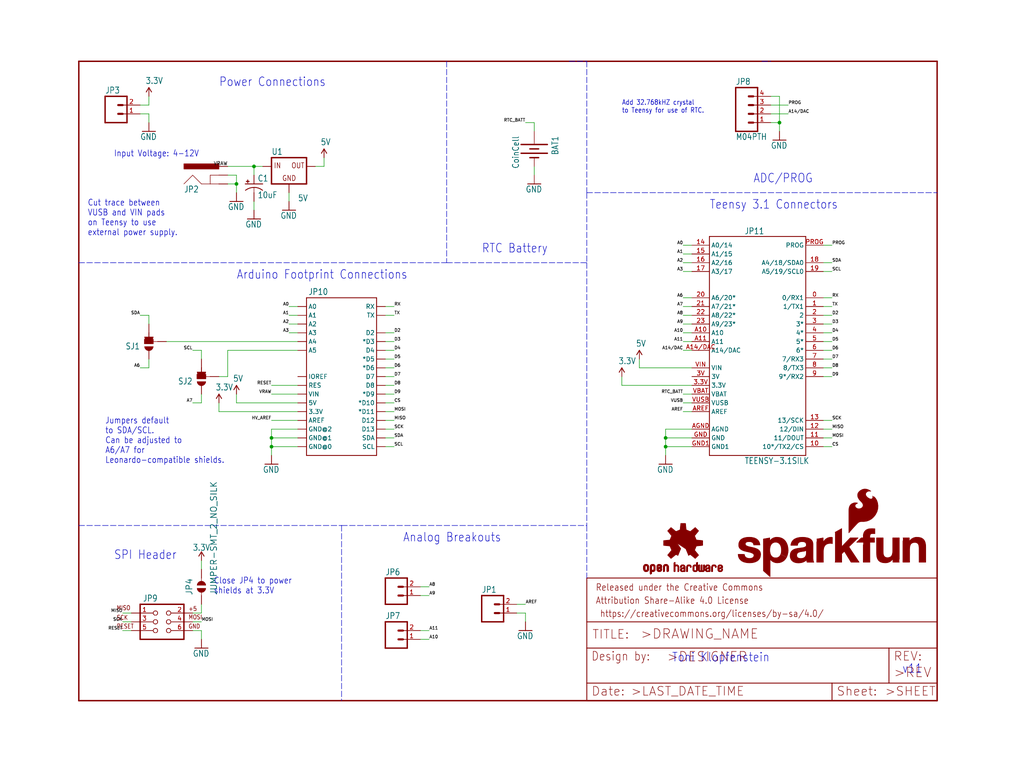
<source format=kicad_sch>
(kicad_sch (version 20211123) (generator eeschema)
  (paper "User" 297.002 223.926)
  (lib_symbols
    (symbol "eagleSchem-eagle-import:10UF-25V-20%(PTH)"
      (property "Reference" "C" (at 1.016 0.635 0))
      (property "Value" "10UF-25V-20%(PTH)" (at 1.016 -4.191 0))
      (symbol "10UF-25V-20%(PTH)_1_0"
        (pin passive line (at 0 2.54 270) (length 2.54) (name "+") (number "1"))
        (pin passive line (at 0 -5.08 90) (length 2.54) (name "-") (number "2"))
      )
    )
    (symbol "eagleSchem-eagle-import:3.3V" (power)
      (property "Value" "3.3V" (at 0 2.794 0))
      (symbol "3.3V_1_0"
        (pin power_in line (at 0 0 90) (length 2.54) (name "3.3V") (number "1"))
      )
    )
    (symbol "eagleSchem-eagle-import:5V" (power)
      (property "Value" "5V" (at -1.016 3.556 0))
      (symbol "5V_1_0"
        (pin power_in line (at 0 0 90) (length 2.54) (name "5V") (number "1"))
      )
    )
    (symbol "eagleSchem-eagle-import:ARDUINO_R3_SHIELDUNO_R3_SHIELD_HOLES"
      (property "Reference" "JP" (at -9.652 21.082 0))
      (property "Value" "ARDUINO_R3_SHIELDUNO_R3_SHIELD_HOLES" (at -6.35 -27.94 0))
      (symbol "ARDUINO_R3_SHIELDUNO_R3_SHIELD_HOLES_1_0"
        (pin bidirectional line (at -12.7 -12.7 0) (length 2.54) (name "3.3V") (number "3.3V"))
        (pin bidirectional line (at -12.7 -10.16 0) (length 2.54) (name "5V") (number "5V"))
        (pin bidirectional line (at -12.7 17.78 0) (length 2.54) (name "A0") (number "A0"))
        (pin bidirectional line (at -12.7 15.24 0) (length 2.54) (name "A1") (number "A1"))
        (pin bidirectional line (at -12.7 12.7 0) (length 2.54) (name "A2") (number "A2"))
        (pin bidirectional line (at -12.7 10.16 0) (length 2.54) (name "A3") (number "A3"))
        (pin bidirectional line (at -12.7 7.62 0) (length 2.54) (name "A4") (number "A4"))
        (pin bidirectional line (at -12.7 5.08 0) (length 2.54) (name "A5") (number "A5"))
        (pin bidirectional line (at -12.7 -15.24 0) (length 2.54) (name "AREF") (number "AREF"))
        (pin bidirectional line (at 12.7 -10.16 180) (length 2.54) (name "*D10") (number "D10"))
        (pin bidirectional line (at 12.7 -12.7 180) (length 2.54) (name "*D11") (number "D11"))
        (pin bidirectional line (at 12.7 -15.24 180) (length 2.54) (name "D12") (number "D12"))
        (pin bidirectional line (at 12.7 -17.78 180) (length 2.54) (name "D13") (number "D13"))
        (pin bidirectional line (at 12.7 10.16 180) (length 2.54) (name "D2") (number "D2"))
        (pin bidirectional line (at 12.7 7.62 180) (length 2.54) (name "*D3") (number "D3"))
        (pin bidirectional line (at 12.7 5.08 180) (length 2.54) (name "D4") (number "D4"))
        (pin bidirectional line (at 12.7 2.54 180) (length 2.54) (name "*D5") (number "D5"))
        (pin bidirectional line (at 12.7 0 180) (length 2.54) (name "*D6") (number "D6"))
        (pin bidirectional line (at 12.7 -2.54 180) (length 2.54) (name "D7") (number "D7"))
        (pin bidirectional line (at 12.7 -5.08 180) (length 2.54) (name "D8") (number "D8"))
        (pin bidirectional line (at 12.7 -7.62 180) (length 2.54) (name "*D9") (number "D9"))
        (pin bidirectional line (at -12.7 -22.86 0) (length 2.54) (name "GND@0") (number "GND@0"))
        (pin bidirectional line (at -12.7 -20.32 0) (length 2.54) (name "GND@1") (number "GND@1"))
        (pin bidirectional line (at -12.7 -17.78 0) (length 2.54) (name "GND@2") (number "GND@2"))
        (pin bidirectional line (at -12.7 -2.54 0) (length 2.54) (name "IOREF") (number "IOREF"))
        (pin bidirectional line (at -12.7 -5.08 0) (length 2.54) (name "RES") (number "RES"))
        (pin bidirectional line (at 12.7 17.78 180) (length 2.54) (name "RX") (number "RX"))
        (pin bidirectional line (at 12.7 -22.86 180) (length 2.54) (name "SCL") (number "SCL"))
        (pin bidirectional line (at 12.7 -20.32 180) (length 2.54) (name "SDA") (number "SDA"))
        (pin bidirectional line (at 12.7 15.24 180) (length 2.54) (name "TX") (number "TX"))
        (pin bidirectional line (at -12.7 -7.62 0) (length 2.54) (name "VIN") (number "VIN"))
      )
    )
    (symbol "eagleSchem-eagle-import:AVR_SPI_PRG_6PTH"
      (property "Reference" "JP" (at -4.318 5.842 0))
      (property "Value" "AVR_SPI_PRG_6PTH" (at -4.064 -7.62 0))
      (symbol "AVR_SPI_PRG_6PTH_1_0"
        (text "+5" (at 8.89 3.048 0) (effects (font (size 1.27 1.0795)) (justify left bottom)))
        (text "GND" (at 8.89 -2.032 0) (effects (font (size 1.27 1.0795)) (justify left bottom)))
        (text "MISO" (at -11.938 3.302 0) (effects (font (size 1.27 1.0795)) (justify left bottom)))
        (text "MOSI" (at 8.89 0.635 0) (effects (font (size 1.27 1.0795)) (justify left bottom)))
        (text "RESET" (at -11.938 -2.032 0) (effects (font (size 1.27 1.0795)) (justify left bottom)))
        (text "SCK" (at -11.938 0.508 0) (effects (font (size 1.27 1.0795)) (justify left bottom)))
        (pin passive inverted (at -7.62 2.54 0) (length 7.62) (name "1") (number "1"))
        (pin passive inverted (at 10.16 2.54 180) (length 7.62) (name "2") (number "2"))
        (pin passive inverted (at -7.62 0 0) (length 7.62) (name "3") (number "3"))
        (pin passive inverted (at 10.16 0 180) (length 7.62) (name "4") (number "4"))
        (pin passive inverted (at -7.62 -2.54 0) (length 7.62) (name "5") (number "5"))
        (pin passive inverted (at 10.16 -2.54 180) (length 7.62) (name "6") (number "6"))
      )
    )
    (symbol "eagleSchem-eagle-import:BATTERY12PTH"
      (property "Reference" "BAT" (at -3.81 5.08 0))
      (property "Value" "BATTERY12PTH" (at -3.81 -6.35 0))
      (symbol "BATTERY12PTH_1_0"
        (pin power_in line (at 5.08 0 180) (length 2.54) (name "-") (number "GND"))
        (pin power_in line (at -5.08 0 0) (length 2.54) (name "+") (number "VCC@1"))
      )
    )
    (symbol "eagleSchem-eagle-import:FRAME-LETTER"
      (symbol "FRAME-LETTER_2_0"
        (text " https://creativecommons.org/licenses/by-sa/4.0/" (at 2.54 24.13 0) (effects (font (size 1.9304 1.6408)) (justify left bottom)))
        (text ">DESIGNER" (at 23.114 11.176 0) (effects (font (size 2.7432 2.7432)) (justify left bottom)))
        (text ">DRAWING_NAME" (at 15.494 17.78 0) (effects (font (size 2.7432 2.7432)) (justify left bottom)))
        (text ">LAST_DATE_TIME" (at 12.7 1.27 0) (effects (font (size 2.54 2.54)) (justify left bottom)))
        (text ">REV" (at 88.9 6.604 0) (effects (font (size 2.7432 2.7432)) (justify left bottom)))
        (text ">SHEET" (at 86.36 1.27 0) (effects (font (size 2.54 2.54)) (justify left bottom)))
        (text "Attribution Share-Alike 4.0 License" (at 2.54 27.94 0) (effects (font (size 1.9304 1.6408)) (justify left bottom)))
        (text "Date:" (at 1.27 1.27 0) (effects (font (size 2.54 2.54)) (justify left bottom)))
        (text "Design by:" (at 1.27 11.43 0) (effects (font (size 2.54 2.159)) (justify left bottom)))
        (text "Released under the Creative Commons" (at 2.54 31.75 0) (effects (font (size 1.9304 1.6408)) (justify left bottom)))
        (text "REV:" (at 88.9 11.43 0) (effects (font (size 2.54 2.54)) (justify left bottom)))
        (text "Sheet:" (at 72.39 1.27 0) (effects (font (size 2.54 2.54)) (justify left bottom)))
        (text "TITLE:" (at 1.524 17.78 0) (effects (font (size 2.54 2.54)) (justify left bottom)))
      )
    )
    (symbol "eagleSchem-eagle-import:GND" (power)
      (property "Value" "GND" (at -2.54 -2.54 0))
      (symbol "GND_1_0"
        (pin power_in line (at 0 2.54 270) (length 2.54) (name "GND") (number "1"))
      )
    )
    (symbol "eagleSchem-eagle-import:JUMPER-PAD-3-2OF3_NC_BY_TRACE_SMALL"
      (property "Reference" "SJ" (at 2.54 0.381 0))
      (property "Value" "JUMPER-PAD-3-2OF3_NC_BY_TRACE_SMALL" (at 2.54 -1.905 0))
      (symbol "JUMPER-PAD-3-2OF3_NC_BY_TRACE_SMALL_1_0"
        (pin passive line (at 0 5.08 270) (length 2.54) (name "1") (number "1"))
        (pin passive line (at -5.08 0 0) (length 2.54) (name "2") (number "2"))
        (pin passive line (at 0 -5.08 90) (length 2.54) (name "3") (number "3"))
      )
    )
    (symbol "eagleSchem-eagle-import:JUMPER-SMT_2_NO_SILK"
      (property "Reference" "JP" (at -2.54 2.54 0))
      (property "Value" "JUMPER-SMT_2_NO_SILK" (at -2.54 -2.54 0))
      (symbol "JUMPER-SMT_2_NO_SILK_1_0"
        (pin passive line (at -5.08 0 0) (length 2.54) (name "1") (number "1"))
        (pin passive line (at 5.08 0 180) (length 2.54) (name "2") (number "2"))
      )
    )
    (symbol "eagleSchem-eagle-import:M02JST-PTH-2"
      (property "Reference" "JP" (at -2.54 5.842 0))
      (property "Value" "M02JST-PTH-2" (at -2.54 -5.08 0))
      (symbol "M02JST-PTH-2_1_0"
        (pin passive line (at 7.62 0 180) (length 5.08) (name "1") (number "1"))
        (pin passive line (at 7.62 2.54 180) (length 5.08) (name "2") (number "2"))
      )
    )
    (symbol "eagleSchem-eagle-import:M02PTH"
      (property "Reference" "JP" (at -2.54 5.842 0))
      (property "Value" "M02PTH" (at -2.54 -5.08 0))
      (symbol "M02PTH_1_0"
        (pin passive line (at 7.62 0 180) (length 5.08) (name "1") (number "1"))
        (pin passive line (at 7.62 2.54 180) (length 5.08) (name "2") (number "2"))
      )
    )
    (symbol "eagleSchem-eagle-import:M04PTH"
      (property "Reference" "JP" (at -5.08 8.382 0))
      (property "Value" "M04PTH" (at -5.08 -7.62 0))
      (symbol "M04PTH_1_0"
        (pin passive line (at 5.08 -2.54 180) (length 5.08) (name "1") (number "1"))
        (pin passive line (at 5.08 0 180) (length 5.08) (name "2") (number "2"))
        (pin passive line (at 5.08 2.54 180) (length 5.08) (name "3") (number "3"))
        (pin passive line (at 5.08 5.08 180) (length 5.08) (name "4") (number "4"))
      )
    )
    (symbol "eagleSchem-eagle-import:OSHW-LOGOM")
    (symbol "eagleSchem-eagle-import:POWER_JACKPTH_LOCK"
      (property "Reference" "JP" (at -10.16 0 0))
      (property "Value" "POWER_JACKPTH_LOCK" (at -10.16 10.16 0))
      (symbol "POWER_JACKPTH_LOCK_1_0"
        (pin bidirectional line (at 2.54 2.54 180) (length 2.54) (name "GND") (number "GND"))
        (pin bidirectional line (at 2.54 5.08 180) (length 2.54) (name "GNDBREAK") (number "GNDBREAK"))
        (pin bidirectional line (at 2.54 7.62 180) (length 2.54) (name "PWR") (number "PWR"))
      )
    )
    (symbol "eagleSchem-eagle-import:SFE_LOGO_NAME_FLAME.1_INCH")
    (symbol "eagleSchem-eagle-import:TEENSY-3.1SILK"
      (property "Reference" "JP" (at -5.08 33.02 0))
      (property "Value" "TEENSY-3.1SILK" (at -5.08 -35.56 0))
      (symbol "TEENSY-3.1SILK_1_0"
        (pin bidirectional line (at 17.78 12.7 180) (length 5.08) (name "0/RX1") (number "0"))
        (pin bidirectional line (at 17.78 10.16 180) (length 5.08) (name "1/TX1") (number "1"))
        (pin bidirectional line (at 17.78 -30.48 180) (length 5.08) (name "10*/TX2/CS") (number "10"))
        (pin bidirectional line (at 17.78 -27.94 180) (length 5.08) (name "11/DOUT") (number "11"))
        (pin bidirectional line (at 17.78 -25.4 180) (length 5.08) (name "12/DIN") (number "12"))
        (pin bidirectional line (at 17.78 -22.86 180) (length 5.08) (name "13/SCK") (number "13"))
        (pin bidirectional line (at -20.32 27.94 0) (length 5.08) (name "A0/14") (number "14"))
        (pin bidirectional line (at -20.32 25.4 0) (length 5.08) (name "A1/15") (number "15"))
        (pin bidirectional line (at -20.32 22.86 0) (length 5.08) (name "A2/16") (number "16"))
        (pin bidirectional line (at -20.32 20.32 0) (length 5.08) (name "A3/17") (number "17"))
        (pin bidirectional line (at 17.78 22.86 180) (length 5.08) (name "A4/18/SDA0") (number "18"))
        (pin bidirectional line (at 17.78 20.32 180) (length 5.08) (name "A5/19/SCL0") (number "19"))
        (pin bidirectional line (at 17.78 7.62 180) (length 5.08) (name "2") (number "2"))
        (pin bidirectional line (at -20.32 12.7 0) (length 5.08) (name "A6/20*") (number "20"))
        (pin bidirectional line (at -20.32 10.16 0) (length 5.08) (name "A7/21*") (number "21"))
        (pin bidirectional line (at -20.32 7.62 0) (length 5.08) (name "A8/22*") (number "22"))
        (pin bidirectional line (at -20.32 5.08 0) (length 5.08) (name "A9/23*") (number "23"))
        (pin bidirectional line (at 17.78 5.08 180) (length 5.08) (name "3*") (number "3"))
        (pin bidirectional line (at -20.32 -12.7 0) (length 5.08) (name "3.3V") (number "3.3V"))
        (pin bidirectional line (at -20.32 -10.16 0) (length 5.08) (name "3V") (number "3V"))
        (pin bidirectional line (at 17.78 2.54 180) (length 5.08) (name "4*") (number "4"))
        (pin bidirectional line (at 17.78 0 180) (length 5.08) (name "5*") (number "5"))
        (pin bidirectional line (at 17.78 -2.54 180) (length 5.08) (name "6*") (number "6"))
        (pin bidirectional line (at 17.78 -5.08 180) (length 5.08) (name "7/RX3") (number "7"))
        (pin bidirectional line (at 17.78 -7.62 180) (length 5.08) (name "8/TX3") (number "8"))
        (pin bidirectional line (at 17.78 -10.16 180) (length 5.08) (name "9*/RX2") (number "9"))
        (pin bidirectional line (at -20.32 2.54 0) (length 5.08) (name "A10") (number "A10"))
        (pin bidirectional line (at -20.32 0 0) (length 5.08) (name "A11") (number "A11"))
        (pin bidirectional line (at -20.32 -2.54 0) (length 5.08) (name "A14/DAC") (number "A14/DAC"))
        (pin bidirectional line (at -20.32 -25.4 0) (length 5.08) (name "AGND") (number "AGND"))
        (pin bidirectional line (at -20.32 -20.32 0) (length 5.08) (name "AREF") (number "AREF"))
        (pin bidirectional line (at -20.32 -27.94 0) (length 5.08) (name "GND") (number "GND"))
        (pin bidirectional line (at -20.32 -30.48 0) (length 5.08) (name "GND1") (number "GND1"))
        (pin bidirectional line (at 17.78 27.94 180) (length 5.08) (name "PROG") (number "PROG"))
        (pin bidirectional line (at -20.32 -15.24 0) (length 5.08) (name "VBAT") (number "VBAT"))
        (pin bidirectional line (at -20.32 -7.62 0) (length 5.08) (name "VIN") (number "VIN"))
        (pin bidirectional line (at -20.32 -17.78 0) (length 5.08) (name "VUSB") (number "VUSB"))
      )
    )
    (symbol "eagleSchem-eagle-import:V_REG_78XX-TO-220"
      (property "Reference" "U" (at 2.54 -7.62 0))
      (property "Value" "V_REG_78XX-TO-220" (at 2.54 -10.16 0))
      (symbol "V_REG_78XX-TO-220_1_0"
        (text "GND" (at -2.032 -4.318 0) (effects (font (size 1.524 1.2954)) (justify left bottom)))
        (text "IN" (at -4.445 -0.635 0) (effects (font (size 1.524 1.2954)) (justify left bottom)))
        (text "OUT" (at 0.635 -0.635 0) (effects (font (size 1.524 1.2954)) (justify left bottom)))
        (pin input line (at 0 -7.62 90) (length 2.54) (name "GND") (number "GND"))
        (pin input line (at -7.62 0 0) (length 2.54) (name "IN") (number "IN"))
        (pin output line (at 7.62 0 180) (length 2.54) (name "OUT") (number "OUT"))
      )
    )
  )
  (junction (at 73.66 48.26))
  (junction (at 226.06 35.56))
  (junction (at 193.04 127))
  (junction (at 78.74 129.54))
  (junction (at 78.74 127))
  (junction (at 193.04 129.54))
  (junction (at 68.58 53.34))
  (polyline (pts (xy 99.06 152.4) (xy 170.18 152.4)))
  (wire (pts (xy 154.94 38.1) (xy 154.94 35.56)))
  (wire (pts (xy 121.92 182.88) (xy 124.46 182.88)))
  (wire (pts (xy 86.36 121.92) (xy 78.74 121.92)))
  (wire (pts (xy 43.18 30.48) (xy 43.18 27.94)))
  (wire (pts (xy 200.66 93.98) (xy 198.12 93.98)))
  (wire (pts (xy 200.66 114.3) (xy 198.12 114.3)))
  (wire (pts (xy 226.06 35.56) (xy 226.06 38.1)))
  (wire (pts (xy 111.76 127) (xy 114.3 127)))
  (wire (pts (xy 111.76 106.68) (xy 114.3 106.68)))
  (wire (pts (xy 43.18 91.44) (xy 40.64 91.44)))
  (wire (pts (xy 55.88 182.88) (xy 58.42 182.88)))
  (wire (pts (xy 111.76 116.84) (xy 114.3 116.84)))
  (wire (pts (xy 200.66 78.74) (xy 198.12 78.74)))
  (wire (pts (xy 226.06 27.94) (xy 226.06 35.56)))
  (wire (pts (xy 58.42 114.3) (xy 58.42 116.84)))
  (wire (pts (xy 66.04 101.6) (xy 86.36 101.6)))
  (polyline (pts (xy 165.1 17.78) (xy 170.18 17.78)))
  (wire (pts (xy 238.76 121.92) (xy 241.3 121.92)))
  (wire (pts (xy 200.66 73.66) (xy 198.12 73.66)))
  (wire (pts (xy 200.66 91.44) (xy 198.12 91.44)))
  (wire (pts (xy 238.76 88.9) (xy 241.3 88.9)))
  (wire (pts (xy 154.94 35.56) (xy 152.4 35.56)))
  (wire (pts (xy 38.1 180.34) (xy 35.56 180.34)))
  (wire (pts (xy 200.66 106.68) (xy 185.42 106.68)))
  (wire (pts (xy 43.18 106.68) (xy 40.64 106.68)))
  (wire (pts (xy 68.58 53.34) (xy 68.58 55.88)))
  (wire (pts (xy 111.76 109.22) (xy 114.3 109.22)))
  (wire (pts (xy 238.76 71.12) (xy 241.3 71.12)))
  (wire (pts (xy 86.36 99.06) (xy 48.26 99.06)))
  (wire (pts (xy 78.74 129.54) (xy 78.74 132.08)))
  (polyline (pts (xy 170.18 17.78) (xy 170.18 55.88)))
  (wire (pts (xy 93.98 48.26) (xy 93.98 45.72)))
  (wire (pts (xy 200.66 76.2) (xy 198.12 76.2)))
  (wire (pts (xy 200.66 124.46) (xy 193.04 124.46)))
  (wire (pts (xy 238.76 99.06) (xy 241.3 99.06)))
  (wire (pts (xy 86.36 129.54) (xy 78.74 129.54)))
  (polyline (pts (xy 22.86 76.2) (xy 129.54 76.2)))
  (wire (pts (xy 111.76 91.44) (xy 114.3 91.44)))
  (wire (pts (xy 73.66 58.42) (xy 73.66 60.96)))
  (wire (pts (xy 185.42 106.68) (xy 185.42 104.14)))
  (wire (pts (xy 58.42 182.88) (xy 58.42 185.42)))
  (wire (pts (xy 238.76 76.2) (xy 241.3 76.2)))
  (wire (pts (xy 78.74 127) (xy 78.74 129.54)))
  (wire (pts (xy 111.76 111.76) (xy 114.3 111.76)))
  (wire (pts (xy 58.42 165.1) (xy 58.42 162.56)))
  (wire (pts (xy 193.04 124.46) (xy 193.04 127)))
  (wire (pts (xy 200.66 96.52) (xy 198.12 96.52)))
  (wire (pts (xy 200.66 127) (xy 193.04 127)))
  (wire (pts (xy 180.34 111.76) (xy 180.34 109.22)))
  (wire (pts (xy 238.76 124.46) (xy 241.3 124.46)))
  (wire (pts (xy 66.04 109.22) (xy 66.04 101.6)))
  (wire (pts (xy 58.42 177.8) (xy 58.42 175.26)))
  (wire (pts (xy 200.66 99.06) (xy 198.12 99.06)))
  (wire (pts (xy 83.82 55.88) (xy 83.82 58.42)))
  (wire (pts (xy 111.76 88.9) (xy 114.3 88.9)))
  (wire (pts (xy 73.66 48.26) (xy 76.2 48.26)))
  (wire (pts (xy 86.36 119.38) (xy 63.5 119.38)))
  (wire (pts (xy 200.66 101.6) (xy 198.12 101.6)))
  (wire (pts (xy 111.76 121.92) (xy 114.3 121.92)))
  (polyline (pts (xy 22.86 152.4) (xy 99.06 152.4)))
  (wire (pts (xy 238.76 106.68) (xy 241.3 106.68)))
  (wire (pts (xy 86.36 93.98) (xy 83.82 93.98)))
  (wire (pts (xy 200.66 129.54) (xy 193.04 129.54)))
  (wire (pts (xy 66.04 50.8) (xy 68.58 50.8)))
  (wire (pts (xy 91.44 48.26) (xy 93.98 48.26)))
  (wire (pts (xy 66.04 48.26) (xy 73.66 48.26)))
  (wire (pts (xy 58.42 116.84) (xy 55.88 116.84)))
  (wire (pts (xy 55.88 177.8) (xy 58.42 177.8)))
  (wire (pts (xy 238.76 86.36) (xy 241.3 86.36)))
  (wire (pts (xy 40.64 33.02) (xy 43.18 33.02)))
  (wire (pts (xy 223.52 33.02) (xy 228.6 33.02)))
  (wire (pts (xy 238.76 78.74) (xy 241.3 78.74)))
  (wire (pts (xy 238.76 127) (xy 241.3 127)))
  (wire (pts (xy 43.18 33.02) (xy 43.18 35.56)))
  (wire (pts (xy 238.76 91.44) (xy 241.3 91.44)))
  (wire (pts (xy 63.5 119.38) (xy 63.5 116.84)))
  (wire (pts (xy 223.52 30.48) (xy 228.6 30.48)))
  (wire (pts (xy 223.52 27.94) (xy 226.06 27.94)))
  (wire (pts (xy 111.76 99.06) (xy 114.3 99.06)))
  (wire (pts (xy 121.92 170.18) (xy 124.46 170.18)))
  (polyline (pts (xy 99.06 152.4) (xy 99.06 203.2)))
  (wire (pts (xy 200.66 111.76) (xy 180.34 111.76)))
  (wire (pts (xy 111.76 101.6) (xy 114.3 101.6)))
  (wire (pts (xy 121.92 185.42) (xy 124.46 185.42)))
  (wire (pts (xy 111.76 119.38) (xy 114.3 119.38)))
  (wire (pts (xy 38.1 182.88) (xy 35.56 182.88)))
  (wire (pts (xy 68.58 116.84) (xy 68.58 114.3)))
  (wire (pts (xy 86.36 124.46) (xy 78.74 124.46)))
  (wire (pts (xy 152.4 177.8) (xy 152.4 180.34)))
  (wire (pts (xy 238.76 93.98) (xy 241.3 93.98)))
  (wire (pts (xy 149.86 177.8) (xy 152.4 177.8)))
  (wire (pts (xy 111.76 129.54) (xy 114.3 129.54)))
  (wire (pts (xy 55.88 180.34) (xy 58.42 180.34)))
  (wire (pts (xy 58.42 101.6) (xy 55.88 101.6)))
  (polyline (pts (xy 170.18 55.88) (xy 170.18 76.2)))
  (wire (pts (xy 78.74 124.46) (xy 78.74 127)))
  (polyline (pts (xy 170.18 55.88) (xy 271.78 55.88)))
  (wire (pts (xy 111.76 114.3) (xy 114.3 114.3)))
  (wire (pts (xy 63.5 109.22) (xy 66.04 109.22)))
  (wire (pts (xy 200.66 71.12) (xy 198.12 71.12)))
  (wire (pts (xy 238.76 104.14) (xy 241.3 104.14)))
  (wire (pts (xy 238.76 109.22) (xy 241.3 109.22)))
  (wire (pts (xy 193.04 127) (xy 193.04 129.54)))
  (wire (pts (xy 86.36 111.76) (xy 78.74 111.76)))
  (wire (pts (xy 68.58 50.8) (xy 68.58 53.34)))
  (wire (pts (xy 223.52 35.56) (xy 226.06 35.56)))
  (wire (pts (xy 154.94 48.26) (xy 154.94 50.8)))
  (wire (pts (xy 200.66 86.36) (xy 198.12 86.36)))
  (wire (pts (xy 111.76 96.52) (xy 114.3 96.52)))
  (wire (pts (xy 200.66 88.9) (xy 198.12 88.9)))
  (wire (pts (xy 111.76 124.46) (xy 114.3 124.46)))
  (wire (pts (xy 73.66 50.8) (xy 73.66 48.26)))
  (wire (pts (xy 43.18 93.98) (xy 43.18 91.44)))
  (wire (pts (xy 238.76 96.52) (xy 241.3 96.52)))
  (wire (pts (xy 86.36 127) (xy 78.74 127)))
  (polyline (pts (xy 129.54 76.2) (xy 170.18 76.2)))
  (wire (pts (xy 200.66 116.84) (xy 198.12 116.84)))
  (polyline (pts (xy 170.18 76.2) (xy 170.18 152.4)))
  (wire (pts (xy 121.92 172.72) (xy 124.46 172.72)))
  (polyline (pts (xy 220.98 17.78) (xy 223.52 17.78)))
  (polyline (pts (xy 170.18 152.4) (xy 170.18 167.64)))
  (wire (pts (xy 238.76 101.6) (xy 241.3 101.6)))
  (wire (pts (xy 66.04 53.34) (xy 68.58 53.34)))
  (wire (pts (xy 40.64 30.48) (xy 43.18 30.48)))
  (wire (pts (xy 38.1 177.8) (xy 35.56 177.8)))
  (wire (pts (xy 86.36 88.9) (xy 83.82 88.9)))
  (wire (pts (xy 149.86 175.26) (xy 152.4 175.26)))
  (wire (pts (xy 238.76 129.54) (xy 241.3 129.54)))
  (wire (pts (xy 86.36 91.44) (xy 83.82 91.44)))
  (wire (pts (xy 111.76 104.14) (xy 114.3 104.14)))
  (wire (pts (xy 193.04 129.54) (xy 193.04 132.08)))
  (wire (pts (xy 200.66 119.38) (xy 198.12 119.38)))
  (wire (pts (xy 58.42 104.14) (xy 58.42 101.6)))
  (wire (pts (xy 86.36 114.3) (xy 78.74 114.3)))
  (wire (pts (xy 86.36 116.84) (xy 68.58 116.84)))
  (polyline (pts (xy 129.54 17.78) (xy 129.54 76.2)))
  (wire (pts (xy 43.18 104.14) (xy 43.18 106.68)))
  (wire (pts (xy 86.36 96.52) (xy 83.82 96.52)))
  (text "Analog Breakouts" (at 116.84 157.48 180) (effects (font (size 2.54 2.159)) (justify left bottom)))
  (text "Add 32.768kHZ crystal\nto Teensy for use of RTC." (at 180.34 33.02 180) (effects (font (size 1.4224 1.209)) (justify left bottom)))
  (text "Close JP4 to power\nshields at 3.3V" (at 61.976 172.466 180) (effects (font (size 1.778 1.5113)) (justify left bottom)))
  (text "Toni Klopfenstein" (at 194.818 192.278 180) (effects (font (size 2.54 2.159)) (justify left bottom)))
  (text "Cut trace between\nVUSB and VIN pads\non Teensy to use\nexternal power supply." (at 25.4 68.58 0) (effects (font (size 1.778 1.5113)) (justify left bottom)))
  (text "v11" (at 261.62 195.58 180) (effects (font (size 2.54 2.159)) (justify left bottom)))
  (text "Input Voltage: 4-12V" (at 33.02 45.72 180) (effects (font (size 1.778 1.5113)) (justify left bottom)))
  (text "Teensy 3.1 Connectors" (at 205.74 60.96 180) (effects (font (size 2.54 2.159)) (justify left bottom)))
  (text "Jumpers default\nto SDA/SCL.\nCan be adjusted to\nA6/A7 for\nLeonardo-compatible shields." (at 30.48 134.62 0) (effects (font (size 1.778 1.5113)) (justify left bottom)))
  (text "Arduino Footprint Connections" (at 68.58 81.28 180) (effects (font (size 2.54 2.159)) (justify left bottom)))
  (text "RTC Battery" (at 139.7 73.66 180) (effects (font (size 2.54 2.159)) (justify left bottom)))
  (text "Power Connections" (at 63.5 25.4 180) (effects (font (size 2.54 2.159)) (justify left bottom)))
  (text "SPI Header" (at 33.02 162.56 180) (effects (font (size 2.54 2.159)) (justify left bottom)))
  (text "ADC/PROG" (at 218.44 53.34 180) (effects (font (size 2.54 2.159)) (justify left bottom)))
  (label "TX" (at 241.3 88.9 0) (effects (font (size 0.889 0.889))))
  (label "MOSI" (at 58.42 180.34 0) (effects (font (size 0.889 0.889))))
  (label "A9" (at 198.12 93.98 180) (effects (font (size 0.889 0.889))))
  (label "A14/DAC" (at 198.12 101.6 180) (effects (font (size 0.889 0.889))))
  (label "PROG" (at 241.3 71.12 0) (effects (font (size 0.889 0.889))))
  (label "RX" (at 241.3 86.36 0) (effects (font (size 0.889 0.889))))
  (label "D6" (at 114.3 106.68 0) (effects (font (size 0.889 0.889))))
  (label "A8" (at 124.46 170.18 0) (effects (font (size 0.889 0.889))))
  (label "A1" (at 83.82 91.44 180) (effects (font (size 0.889 0.889))))
  (label "SDA" (at 40.64 91.44 180) (effects (font (size 0.889 0.889))))
  (label "A3" (at 198.12 78.74 180) (effects (font (size 0.889 0.889))))
  (label "D4" (at 241.3 96.52 0) (effects (font (size 0.889 0.889))))
  (label "SCL" (at 241.3 78.74 0) (effects (font (size 0.889 0.889))))
  (label "D5" (at 241.3 99.06 0) (effects (font (size 0.889 0.889))))
  (label "A14/DAC" (at 228.6 33.02 0) (effects (font (size 0.889 0.889))))
  (label "D8" (at 241.3 106.68 0) (effects (font (size 0.889 0.889))))
  (label "A7" (at 198.12 88.9 180) (effects (font (size 0.889 0.889))))
  (label "A11" (at 198.12 99.06 180) (effects (font (size 0.889 0.889))))
  (label "A2" (at 198.12 76.2 180) (effects (font (size 0.889 0.889))))
  (label "MOSI" (at 114.3 119.38 0) (effects (font (size 0.889 0.889))))
  (label "SCK" (at 114.3 124.46 0) (effects (font (size 0.889 0.889))))
  (label "A9" (at 124.46 172.72 0) (effects (font (size 0.889 0.889))))
  (label "D6" (at 241.3 101.6 0) (effects (font (size 0.889 0.889))))
  (label "D3" (at 241.3 93.98 0) (effects (font (size 0.889 0.889))))
  (label "A3" (at 83.82 96.52 180) (effects (font (size 0.889 0.889))))
  (label "RX" (at 114.3 88.9 0) (effects (font (size 0.889 0.889))))
  (label "HV_AREF" (at 78.74 121.92 180) (effects (font (size 0.889 0.889))))
  (label "D4" (at 114.3 101.6 0) (effects (font (size 0.889 0.889))))
  (label "AREF" (at 152.4 175.26 0) (effects (font (size 0.889 0.889))))
  (label "VRAW" (at 66.04 48.26 180) (effects (font (size 1.016 1.016))))
  (label "RTC_BATT" (at 198.12 114.3 180) (effects (font (size 0.889 0.889))))
  (label "A2" (at 83.82 93.98 180) (effects (font (size 0.889 0.889))))
  (label "SCL" (at 55.88 101.6 180) (effects (font (size 0.889 0.889))))
  (label "A10" (at 198.12 96.52 180) (effects (font (size 0.889 0.889))))
  (label "D9" (at 241.3 109.22 0) (effects (font (size 0.889 0.889))))
  (label "D5" (at 114.3 104.14 0) (effects (font (size 0.889 0.889))))
  (label "A0" (at 83.82 88.9 180) (effects (font (size 0.889 0.889))))
  (label "D3" (at 114.3 99.06 0) (effects (font (size 0.889 0.889))))
  (label "MISO" (at 114.3 121.92 0) (effects (font (size 0.889 0.889))))
  (label "A1" (at 198.12 73.66 180) (effects (font (size 0.889 0.889))))
  (label "A10" (at 124.46 185.42 0) (effects (font (size 0.889 0.889))))
  (label "D7" (at 241.3 104.14 0) (effects (font (size 0.889 0.889))))
  (label "CS" (at 241.3 129.54 0) (effects (font (size 0.889 0.889))))
  (label "VRAW" (at 78.74 114.3 180) (effects (font (size 0.889 0.889))))
  (label "RESET" (at 78.74 111.76 180) (effects (font (size 0.889 0.889))))
  (label "A0" (at 198.12 71.12 180) (effects (font (size 0.889 0.889))))
  (label "SDA" (at 114.3 127 0) (effects (font (size 0.889 0.889))))
  (label "VUSB" (at 198.12 116.84 180) (effects (font (size 0.889 0.889))))
  (label "MISO" (at 241.3 124.46 0) (effects (font (size 0.889 0.889))))
  (label "RTC_BATT" (at 152.4 35.56 180) (effects (font (size 0.889 0.889))))
  (label "MISO" (at 35.56 177.8 180) (effects (font (size 0.889 0.889))))
  (label "A7" (at 55.88 116.84 180) (effects (font (size 0.889 0.889))))
  (label "TX" (at 114.3 91.44 0) (effects (font (size 0.889 0.889))))
  (label "SCL" (at 114.3 129.54 0) (effects (font (size 0.889 0.889))))
  (label "RESET" (at 35.56 182.88 180) (effects (font (size 0.889 0.889))))
  (label "D7" (at 114.3 109.22 0) (effects (font (size 0.889 0.889))))
  (label "D2" (at 241.3 91.44 0) (effects (font (size 0.889 0.889))))
  (label "D9" (at 114.3 114.3 0) (effects (font (size 0.889 0.889))))
  (label "A6" (at 40.64 106.68 180) (effects (font (size 0.889 0.889))))
  (label "D2" (at 114.3 96.52 0) (effects (font (size 0.889 0.889))))
  (label "AREF" (at 198.12 119.38 180) (effects (font (size 0.889 0.889))))
  (label "A8" (at 198.12 91.44 180) (effects (font (size 0.889 0.889))))
  (label "CS" (at 114.3 116.84 0) (effects (font (size 0.889 0.889))))
  (label "D8" (at 114.3 111.76 0) (effects (font (size 0.889 0.889))))
  (label "SDA" (at 241.3 76.2 0) (effects (font (size 0.889 0.889))))
  (label "SCK" (at 241.3 121.92 0) (effects (font (size 0.889 0.889))))
  (label "MOSI" (at 241.3 127 0) (effects (font (size 0.889 0.889))))
  (label "PROG" (at 228.6 30.48 0) (effects (font (size 0.889 0.889))))
  (label "A6" (at 198.12 86.36 180) (effects (font (size 0.889 0.889))))
  (label "A11" (at 124.46 182.88 0) (effects (font (size 0.889 0.889))))
  (label "SCK" (at 35.56 180.34 180) (effects (font (size 0.889 0.889))))
  (symbol (lib_id "eagleSchem-eagle-import:GND") (at 68.58 58.42 0) (unit 1)
    (property "Reference" "#GND5" (effects hide))
    (property "Value" "GND" (at 66.04 60.96 0) (effects (font (size 1.778 1.5113)) (justify left bottom)))
    (property "Footprint" "eagleSchem:" (effects hide))
  )
  (symbol (lib_id "eagleSchem-eagle-import:AVR_SPI_PRG_6PTH") (at 45.72 180.34 0) (unit 1)
    (property "Reference" "JP9" (at 41.402 174.498 0) (effects (font (size 1.778 1.5113)) (justify left bottom)))
    (property "Value" "AVR_SPI_PRG_6PTH" (effects hide))
    (property "Footprint" "eagleSchem:2X3" (effects hide))
  )
  (symbol (lib_id "eagleSchem-eagle-import:5V") (at 185.42 104.14 0) (unit 1)
    (property "Reference" "#SUPPLY3" (effects hide))
    (property "Value" "5V" (at 184.404 100.584 0) (effects (font (size 1.778 1.5113)) (justify left bottom)))
    (property "Footprint" "eagleSchem:" (effects hide))
  )
  (symbol (lib_id "eagleSchem-eagle-import:GND") (at 58.42 187.96 0) (unit 1)
    (property "Reference" "#GND3" (effects hide))
    (property "Value" "GND" (at 55.88 190.5 0) (effects (font (size 1.778 1.5113)) (justify left bottom)))
    (property "Footprint" "eagleSchem:" (effects hide))
  )
  (symbol (lib_id "eagleSchem-eagle-import:ARDUINO_R3_SHIELDUNO_R3_SHIELD_HOLES") (at 99.06 106.68 0) (unit 1)
    (property "Reference" "JP10" (at 89.408 85.598 0) (effects (font (size 1.778 1.5113)) (justify left bottom)))
    (property "Value" "ARDUINO_R3_SHIELDUNO_R3_SHIELD_HOLES" (effects hide))
    (property "Footprint" "eagleSchem:UNO_R3_SHIELD_HOLES" (effects hide))
  )
  (symbol (lib_id "eagleSchem-eagle-import:3.3V") (at 180.34 109.22 0) (unit 1)
    (property "Reference" "#SUPPLY7" (effects hide))
    (property "Value" "3.3V" (at 179.324 105.664 0) (effects (font (size 1.778 1.5113)) (justify left bottom)))
    (property "Footprint" "eagleSchem:" (effects hide))
  )
  (symbol (lib_id "eagleSchem-eagle-import:5V") (at 68.58 114.3 0) (unit 1)
    (property "Reference" "#SUPPLY2" (effects hide))
    (property "Value" "5V" (at 67.564 110.744 0) (effects (font (size 1.778 1.5113)) (justify left bottom)))
    (property "Footprint" "eagleSchem:" (effects hide))
  )
  (symbol (lib_id "eagleSchem-eagle-import:3.3V") (at 58.42 162.56 0) (unit 1)
    (property "Reference" "#SUPPLY6" (effects hide))
    (property "Value" "3.3V" (at 58.42 159.766 0) (effects (font (size 1.778 1.5113)) (justify bottom)))
    (property "Footprint" "eagleSchem:" (effects hide))
  )
  (symbol (lib_id "eagleSchem-eagle-import:V_REG_78XX-TO-220") (at 83.82 48.26 0) (unit 1)
    (property "Reference" "U1" (at 78.74 44.958 0) (effects (font (size 1.778 1.5113)) (justify left bottom)))
    (property "Value" "5V" (at 86.36 58.42 0) (effects (font (size 1.778 1.5113)) (justify left bottom)))
    (property "Footprint" "eagleSchem:TO-220-ALT" (effects hide))
  )
  (symbol (lib_id "eagleSchem-eagle-import:JUMPER-PAD-3-2OF3_NC_BY_TRACE_SMALL") (at 58.42 109.22 180) (unit 1)
    (property "Reference" "SJ2" (at 55.88 109.601 0) (effects (font (size 1.778 1.5113)) (justify left bottom)))
    (property "Value" "JUMPER-PAD-3-2OF3_NC_BY_TRACE_SMALL" (effects hide))
    (property "Footprint" "eagleSchem:PAD-JUMPER-3-2OF3_NC_BY_TRACE_YES_SILK_FULL_BOX" (effects hide))
  )
  (symbol (lib_id "eagleSchem-eagle-import:GND") (at 73.66 63.5 0) (unit 1)
    (property "Reference" "#GND8" (effects hide))
    (property "Value" "GND" (at 71.12 66.04 0) (effects (font (size 1.778 1.5113)) (justify left bottom)))
    (property "Footprint" "eagleSchem:" (effects hide))
  )
  (symbol (lib_id "eagleSchem-eagle-import:GND") (at 226.06 40.64 0) (unit 1)
    (property "Reference" "#GND9" (effects hide))
    (property "Value" "GND" (at 223.52 43.18 0) (effects (font (size 1.778 1.5113)) (justify left bottom)))
    (property "Footprint" "eagleSchem:" (effects hide))
  )
  (symbol (lib_id "eagleSchem-eagle-import:M02PTH") (at 114.3 185.42 0) (unit 1)
    (property "Reference" "JP7" (at 111.76 179.578 0) (effects (font (size 1.778 1.5113)) (justify left bottom)))
    (property "Value" "M02PTH" (effects hide))
    (property "Footprint" "eagleSchem:1X02" (effects hide))
  )
  (symbol (lib_id "eagleSchem-eagle-import:GND") (at 152.4 182.88 0) (unit 1)
    (property "Reference" "#GND10" (effects hide))
    (property "Value" "GND" (at 149.86 185.42 0) (effects (font (size 1.778 1.5113)) (justify left bottom)))
    (property "Footprint" "eagleSchem:" (effects hide))
  )
  (symbol (lib_id "eagleSchem-eagle-import:POWER_JACKPTH_LOCK") (at 63.5 55.88 0) (unit 1)
    (property "Reference" "JP2" (at 53.34 55.88 0) (effects (font (size 1.778 1.5113)) (justify left bottom)))
    (property "Value" "POWER_JACKPTH_LOCK" (effects hide))
    (property "Footprint" "eagleSchem:POWER_JACK_PTH_LOCK" (effects hide))
  )
  (symbol (lib_id "eagleSchem-eagle-import:OSHW-LOGOM") (at 198.12 157.48 0) (unit 1)
    (property "Reference" "LOGO2" (effects hide))
    (property "Value" "OSHW-LOGOM" (effects hide))
    (property "Footprint" "eagleSchem:OSHW-LOGO-M" (effects hide))
  )
  (symbol (lib_id "eagleSchem-eagle-import:3.3V") (at 63.5 116.84 0) (unit 1)
    (property "Reference" "#SUPPLY5" (effects hide))
    (property "Value" "3.3V" (at 62.484 113.284 0) (effects (font (size 1.778 1.5113)) (justify left bottom)))
    (property "Footprint" "eagleSchem:" (effects hide))
  )
  (symbol (lib_id "eagleSchem-eagle-import:GND") (at 193.04 134.62 0) (unit 1)
    (property "Reference" "#GND2" (effects hide))
    (property "Value" "GND" (at 190.5 137.16 0) (effects (font (size 1.778 1.5113)) (justify left bottom)))
    (property "Footprint" "eagleSchem:" (effects hide))
  )
  (symbol (lib_id "eagleSchem-eagle-import:FRAME-LETTER") (at 22.86 203.2 0) (unit 1)
    (property "Reference" "FRAME1" (effects hide))
    (property "Value" "FRAME-LETTER" (effects hide))
    (property "Footprint" "eagleSchem:CREATIVE_COMMONS" (effects hide))
  )
  (symbol (lib_id "eagleSchem-eagle-import:3.3V") (at 43.18 27.94 0) (unit 1)
    (property "Reference" "#SUPPLY4" (effects hide))
    (property "Value" "3.3V" (at 42.164 24.384 0) (effects (font (size 1.778 1.5113)) (justify left bottom)))
    (property "Footprint" "eagleSchem:" (effects hide))
  )
  (symbol (lib_id "eagleSchem-eagle-import:SFE_LOGO_NAME_FLAME.1_INCH") (at 213.36 167.64 0) (unit 1)
    (property "Reference" "LOGO1" (effects hide))
    (property "Value" "SFE_LOGO_NAME_FLAME.1_INCH" (effects hide))
    (property "Footprint" "eagleSchem:SFE_LOGO_NAME_FLAME_.1" (effects hide))
  )
  (symbol (lib_id "eagleSchem-eagle-import:M04PTH") (at 218.44 33.02 0) (unit 1)
    (property "Reference" "JP8" (at 213.36 24.638 0) (effects (font (size 1.778 1.5113)) (justify left bottom)))
    (property "Value" "M04PTH" (at 213.36 40.64 0) (effects (font (size 1.778 1.5113)) (justify left bottom)))
    (property "Footprint" "eagleSchem:1X04" (effects hide))
  )
  (symbol (lib_id "eagleSchem-eagle-import:GND") (at 154.94 53.34 0) (unit 1)
    (property "Reference" "#GND4" (effects hide))
    (property "Value" "GND" (at 152.4 55.88 0) (effects (font (size 1.778 1.5113)) (justify left bottom)))
    (property "Footprint" "eagleSchem:" (effects hide))
  )
  (symbol (lib_id "eagleSchem-eagle-import:JUMPER-SMT_2_NO_SILK") (at 58.42 170.18 90) (unit 1)
    (property "Reference" "JP4" (at 55.88 172.72 0) (effects (font (size 1.778 1.778)) (justify left bottom)))
    (property "Value" "JUMPER-SMT_2_NO_SILK" (at 60.96 172.72 0) (effects (font (size 1.778 1.778)) (justify left top)))
    (property "Footprint" "eagleSchem:SMT-JUMPER_2_NO_SILK" (effects hide))
  )
  (symbol (lib_id "eagleSchem-eagle-import:GND") (at 43.18 38.1 0) (unit 1)
    (property "Reference" "#GND6" (effects hide))
    (property "Value" "GND" (at 40.64 40.64 0) (effects (font (size 1.778 1.5113)) (justify left bottom)))
    (property "Footprint" "eagleSchem:" (effects hide))
  )
  (symbol (lib_id "eagleSchem-eagle-import:GND") (at 78.74 134.62 0) (unit 1)
    (property "Reference" "#GND1" (effects hide))
    (property "Value" "GND" (at 76.2 137.16 0) (effects (font (size 1.778 1.5113)) (justify left bottom)))
    (property "Footprint" "eagleSchem:" (effects hide))
  )
  (symbol (lib_id "eagleSchem-eagle-import:10UF-25V-20%(PTH)") (at 73.66 53.34 0) (unit 1)
    (property "Reference" "C1" (at 74.676 52.705 0) (effects (font (size 1.778 1.5113)) (justify left bottom)))
    (property "Value" "10uF" (at 74.676 57.531 0) (effects (font (size 1.778 1.5113)) (justify left bottom)))
    (property "Footprint" "eagleSchem:CPOL-RADIAL-10UF-25V" (effects hide))
  )
  (symbol (lib_id "eagleSchem-eagle-import:JUMPER-PAD-3-2OF3_NC_BY_TRACE_SMALL") (at 43.18 99.06 180) (unit 1)
    (property "Reference" "SJ1" (at 40.64 99.441 0) (effects (font (size 1.778 1.5113)) (justify left bottom)))
    (property "Value" "JUMPER-PAD-3-2OF3_NC_BY_TRACE_SMALL" (effects hide))
    (property "Footprint" "eagleSchem:PAD-JUMPER-3-2OF3_NC_BY_TRACE_YES_SILK_FULL_BOX" (effects hide))
  )
  (symbol (lib_id "eagleSchem-eagle-import:M02PTH") (at 114.3 172.72 0) (unit 1)
    (property "Reference" "JP6" (at 111.76 166.878 0) (effects (font (size 1.778 1.5113)) (justify left bottom)))
    (property "Value" "M02PTH" (effects hide))
    (property "Footprint" "eagleSchem:1X02" (effects hide))
  )
  (symbol (lib_id "eagleSchem-eagle-import:M02PTH") (at 142.24 177.8 0) (unit 1)
    (property "Reference" "JP1" (at 139.7 171.958 0) (effects (font (size 1.778 1.5113)) (justify left bottom)))
    (property "Value" "M02PTH" (effects hide))
    (property "Footprint" "eagleSchem:1X02" (effects hide))
  )
  (symbol (lib_id "eagleSchem-eagle-import:GND") (at 83.82 60.96 0) (unit 1)
    (property "Reference" "#GND7" (effects hide))
    (property "Value" "GND" (at 81.28 63.5 0) (effects (font (size 1.778 1.5113)) (justify left bottom)))
    (property "Footprint" "eagleSchem:" (effects hide))
  )
  (symbol (lib_id "eagleSchem-eagle-import:5V") (at 93.98 45.72 0) (unit 1)
    (property "Reference" "#SUPPLY1" (effects hide))
    (property "Value" "5V" (at 92.964 42.164 0) (effects (font (size 1.778 1.5113)) (justify left bottom)))
    (property "Footprint" "eagleSchem:" (effects hide))
  )
  (symbol (lib_id "eagleSchem-eagle-import:TEENSY-3.1SILK") (at 220.98 99.06 0) (unit 1)
    (property "Reference" "JP11" (at 215.9 66.04 0) (effects (font (size 1.778 1.5113)) (justify left top)))
    (property "Value" "TEENSY-3.1SILK" (at 215.9 134.62 0) (effects (font (size 1.778 1.5113)) (justify left bottom)))
    (property "Footprint" "eagleSchem:TEENSY-3.1" (effects hide))
  )
  (symbol (lib_id "eagleSchem-eagle-import:FRAME-LETTER") (at 170.18 203.2 0) (unit 2)
    (property "Reference" "FRAME1" (effects hide))
    (property "Value" "FRAME-LETTER" (effects hide))
    (property "Footprint" "eagleSchem:CREATIVE_COMMONS" (effects hide))
  )
  (symbol (lib_id "eagleSchem-eagle-import:BATTERY12PTH") (at 154.94 43.18 270) (unit 1)
    (property "Reference" "BAT1" (at 160.02 39.37 0) (effects (font (size 1.778 1.5113)) (justify left bottom)))
    (property "Value" "CoinCell" (at 148.59 39.37 0) (effects (font (size 1.778 1.5113)) (justify left bottom)))
    (property "Footprint" "eagleSchem:BATTCON_12MM_PTH" (effects hide))
  )
  (symbol (lib_id "eagleSchem-eagle-import:M02JST-PTH-2") (at 33.02 33.02 0) (unit 1)
    (property "Reference" "JP3" (at 30.48 27.178 0) (effects (font (size 1.778 1.5113)) (justify left bottom)))
    (property "Value" "JST2" (effects hide))
    (property "Footprint" "eagleSchem:JST-2-PTH" (effects hide))
  )
)
</source>
